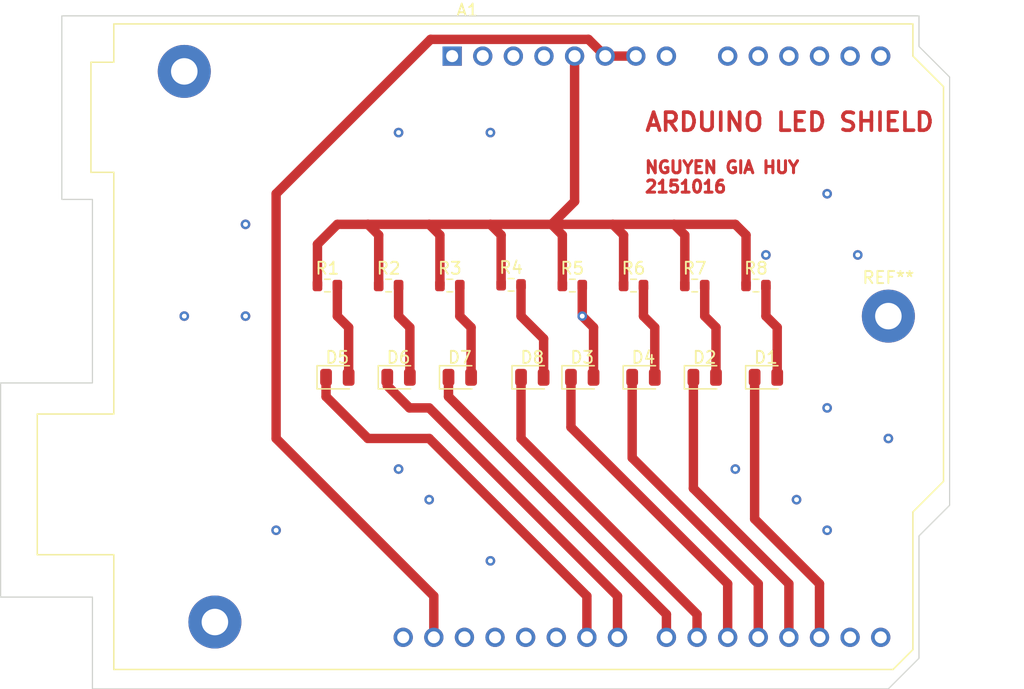
<source format=kicad_pcb>
(kicad_pcb (version 20221018) (generator pcbnew)
  (layers (0 "F.Cu" signal) (31 "B.Cu" signal) (34 "B.Paste" user) (35 "F.Paste" user) (36 "B.SilkS" user "B.Silkscreen") (37 "F.SilkS" user "F.Silkscreen") (38 "B.Mask" user) (39 "F.Mask" user) (44 "Edge.Cuts" user))
  (net 0 "")
  (net 5 "Net-(A1-+5V)")
  (net 6 "GND")
  (net 16 "Net-(A1-D2)")
  (net 17 "Net-(A1-D3)")
  (net 18 "Net-(A1-D4)")
  (net 19 "Net-(A1-D5)")
  (net 20 "Net-(A1-D6)")
  (net 21 "Net-(A1-D7)")
  (net 22 "Net-(A1-D8)")
  (net 23 "Net-(A1-D9)")
  (net 29 "Net-(D1-A)")
  (net 30 "Net-(D2-A)")
  (net 31 "Net-(D3-A)")
  (net 32 "Net-(D4-A)")
  (net 33 "Net-(D5-A)")
  (net 34 "Net-(D6-A)")
  (net 35 "Net-(D7-A)")
  (net 36 "Net-(D8-A)")
  (footprint "LED_SMD:LED_0805_2012Metric" (layer "F.Cu") (at 142.24 88.43125)
    (fp_text reference "D7" (at 0 -1.65) (layer "F.SilkS"))
    (fp_text value "LED")
    (fp_line (start -1.685 -0.96) (end -1.685 0.96) (stroke (width 0.12)) (layer "F.SilkS"))
    (fp_line (start -1.685 0.96) (end 1 0.96) (stroke (width 0.12)) (layer "F.SilkS"))
    (fp_line (start 1 -0.96) (end -1.685 -0.96) (stroke (width 0.12)) (layer "F.SilkS"))
    (pad "1" smd roundrect (at -0.9375 0) (size 0.975 1.4) (layers "F.Cu" "F.Paste" "F.Mask") (net 21 "Net-(A1-D7)"))
    (pad "2" smd roundrect (at 0.9375 0) (size 0.975 1.4) (layers "F.Cu" "F.Paste" "F.Mask") (net 35 "Net-(D7-A)"))
  )
  (footprint "Resistor_SMD:R_0603_1608Metric" (layer "F.Cu") (at 136.335 80.81125)
    (fp_text reference "R2" (at 0 -1.43) (layer "F.SilkS"))
    (fp_text value "247")
    (fp_line (start -0.237258 -0.5225) (end 0.237258 -0.5225) (stroke (width 0.12)) (layer "F.SilkS"))
    (fp_line (start -0.237258 0.5225) (end 0.237258 0.5225) (stroke (width 0.12)) (layer "F.SilkS"))
    (pad "1" smd roundrect (at -0.825 0) (size 0.8 0.95) (layers "F.Cu" "F.Paste" "F.Mask") (net 5 "Net-(A1-+5V)"))
    (pad "2" smd roundrect (at 0.825 0) (size 0.8 0.95) (layers "F.Cu" "F.Paste" "F.Mask") (net 34 "Net-(D6-A)"))
  )
  (footprint "Resistor_SMD:R_0603_1608Metric" (layer "F.Cu") (at 161.735 80.81125)
    (fp_text reference "R7" (at 0 -1.43) (layer "F.SilkS"))
    (fp_text value "247")
    (fp_line (start -0.237258 -0.5225) (end 0.237258 -0.5225) (stroke (width 0.12)) (layer "F.SilkS"))
    (fp_line (start -0.237258 0.5225) (end 0.237258 0.5225) (stroke (width 0.12)) (layer "F.SilkS"))
    (pad "1" smd roundrect (at -0.825 0) (size 0.8 0.95) (layers "F.Cu" "F.Paste" "F.Mask") (net 5 "Net-(A1-+5V)"))
    (pad "2" smd roundrect (at 0.825 0) (size 0.8 0.95) (layers "F.Cu" "F.Paste" "F.Mask") (net 30 "Net-(D2-A)"))
  )
  (footprint "Resistor_SMD:R_0603_1608Metric" (layer "F.Cu") (at 156.655 80.81125)
    (fp_text reference "R6" (at 0 -1.43) (layer "F.SilkS"))
    (fp_text value "247")
    (fp_line (start -0.237258 -0.5225) (end 0.237258 -0.5225) (stroke (width 0.12)) (layer "F.SilkS"))
    (fp_line (start -0.237258 0.5225) (end 0.237258 0.5225) (stroke (width 0.12)) (layer "F.SilkS"))
    (pad "1" smd roundrect (at -0.825 0) (size 0.8 0.95) (layers "F.Cu" "F.Paste" "F.Mask") (net 5 "Net-(A1-+5V)"))
    (pad "2" smd roundrect (at 0.825 0) (size 0.8 0.95) (layers "F.Cu" "F.Paste" "F.Mask") (net 32 "Net-(D4-A)"))
  )
  (footprint "LED_SMD:LED_0805_2012Metric" (layer "F.Cu") (at 152.4 88.43125)
    (fp_text reference "D3" (at 0 -1.65) (layer "F.SilkS"))
    (fp_text value "LED")
    (fp_line (start -1.685 -0.96) (end -1.685 0.96) (stroke (width 0.12)) (layer "F.SilkS"))
    (fp_line (start -1.685 0.96) (end 1 0.96) (stroke (width 0.12)) (layer "F.SilkS"))
    (fp_line (start 1 -0.96) (end -1.685 -0.96) (stroke (width 0.12)) (layer "F.SilkS"))
    (pad "1" smd roundrect (at -0.9375 0) (size 0.975 1.4) (layers "F.Cu" "F.Paste" "F.Mask") (net 19 "Net-(A1-D5)"))
    (pad "2" smd roundrect (at 0.9375 0) (size 0.975 1.4) (layers "F.Cu" "F.Paste" "F.Mask") (net 31 "Net-(D3-A)"))
  )
  (footprint "LED_SMD:LED_0805_2012Metric" (layer "F.Cu") (at 167.64 88.43125)
    (fp_text reference "D1" (at 0 -1.65) (layer "F.SilkS"))
    (fp_text value "LED")
    (fp_line (start -1.685 -0.96) (end -1.685 0.96) (stroke (width 0.12)) (layer "F.SilkS"))
    (fp_line (start -1.685 0.96) (end 1 0.96) (stroke (width 0.12)) (layer "F.SilkS"))
    (fp_line (start 1 -0.96) (end -1.685 -0.96) (stroke (width 0.12)) (layer "F.SilkS"))
    (pad "1" smd roundrect (at -0.9375 0) (size 0.975 1.4) (layers "F.Cu" "F.Paste" "F.Mask") (net 16 "Net-(A1-D2)"))
    (pad "2" smd roundrect (at 0.9375 0) (size 0.975 1.4) (layers "F.Cu" "F.Paste" "F.Mask") (net 29 "Net-(D1-A)"))
  )
  (footprint "LED_SMD:LED_0805_2012Metric" (layer "F.Cu") (at 132.08 88.43125)
    (fp_text reference "D5" (at 0 -1.65) (layer "F.SilkS"))
    (fp_text value "LED")
    (fp_line (start -1.685 -0.96) (end -1.685 0.96) (stroke (width 0.12)) (layer "F.SilkS"))
    (fp_line (start -1.685 0.96) (end 1 0.96) (stroke (width 0.12)) (layer "F.SilkS"))
    (fp_line (start 1 -0.96) (end -1.685 -0.96) (stroke (width 0.12)) (layer "F.SilkS"))
    (pad "1" smd roundrect (at -0.9375 0) (size 0.975 1.4) (layers "F.Cu" "F.Paste" "F.Mask") (net 23 "Net-(A1-D9)"))
    (pad "2" smd roundrect (at 0.9375 0) (size 0.975 1.4) (layers "F.Cu" "F.Paste" "F.Mask") (net 33 "Net-(D5-A)"))
  )
  (footprint "Resistor_SMD:R_0603_1608Metric" (layer "F.Cu") (at 151.575 80.81125)
    (fp_text reference "R5" (at 0 -1.43) (layer "F.SilkS"))
    (fp_text value "247")
    (fp_line (start -0.237258 -0.5225) (end 0.237258 -0.5225) (stroke (width 0.12)) (layer "F.SilkS"))
    (fp_line (start -0.237258 0.5225) (end 0.237258 0.5225) (stroke (width 0.12)) (layer "F.SilkS"))
    (pad "1" smd roundrect (at -0.825 0) (size 0.8 0.95) (layers "F.Cu" "F.Paste" "F.Mask") (net 5 "Net-(A1-+5V)"))
    (pad "2" smd roundrect (at 0.825 0) (size 0.8 0.95) (layers "F.Cu" "F.Paste" "F.Mask") (net 31 "Net-(D3-A)"))
  )
  (footprint "" (layer "F.Cu") (at 121.92 108.75125)
    (fp_text reference "" (at 0 0) (layer "F.SilkS") (effects (font (size 1.27 1.27))))
    (fp_text value "" (at 0 0) (layer "F.SilkS") (effects (font (size 1.27 1.27))))
    (pad "1" thru_hole circle (at 0 0) (size 4.4 4.4) (drill 2.2) (layers "*.Cu" "*.Mask"))
  )
  (footprint "LED_SMD:LED_0805_2012Metric" (layer "F.Cu") (at 137.16 88.43125)
    (fp_text reference "D6" (at 0 -1.65) (layer "F.SilkS"))
    (fp_text value "LED")
    (fp_line (start -1.685 -0.96) (end -1.685 0.96) (stroke (width 0.12)) (layer "F.SilkS"))
    (fp_line (start -1.685 0.96) (end 1 0.96) (stroke (width 0.12)) (layer "F.SilkS"))
    (fp_line (start 1 -0.96) (end -1.685 -0.96) (stroke (width 0.12)) (layer "F.SilkS"))
    (pad "1" smd roundrect (at -0.9375 0) (size 0.975 1.4) (layers "F.Cu" "F.Paste" "F.Mask") (net 22 "Net-(A1-D8)"))
    (pad "2" smd roundrect (at 0.9375 0) (size 0.975 1.4) (layers "F.Cu" "F.Paste" "F.Mask") (net 34 "Net-(D6-A)"))
  )
  (footprint "LED_SMD:LED_0805_2012Metric" (layer "F.Cu") (at 148.2575 88.43125)
    (fp_text reference "D8" (at 0 -1.65) (layer "F.SilkS"))
    (fp_text value "LED")
    (fp_line (start -1.685 -0.96) (end -1.685 0.96) (stroke (width 0.12)) (layer "F.SilkS"))
    (fp_line (start -1.685 0.96) (end 1 0.96) (stroke (width 0.12)) (layer "F.SilkS"))
    (fp_line (start 1 -0.96) (end -1.685 -0.96) (stroke (width 0.12)) (layer "F.SilkS"))
    (pad "1" smd roundrect (at -0.9375 0) (size 0.975 1.4) (layers "F.Cu" "F.Paste" "F.Mask") (net 20 "Net-(A1-D6)"))
    (pad "2" smd roundrect (at 0.9375 0) (size 0.975 1.4) (layers "F.Cu" "F.Paste" "F.Mask") (net 36 "Net-(D8-A)"))
  )
  (footprint "LED_SMD:LED_0805_2012Metric" (layer "F.Cu") (at 162.56 88.43125)
    (fp_text reference "D2" (at 0 -1.65) (layer "F.SilkS"))
    (fp_text value "LED")
    (fp_line (start -1.685 -0.96) (end -1.685 0.96) (stroke (width 0.12)) (layer "F.SilkS"))
    (fp_line (start -1.685 0.96) (end 1 0.96) (stroke (width 0.12)) (layer "F.SilkS"))
    (fp_line (start 1 -0.96) (end -1.685 -0.96) (stroke (width 0.12)) (layer "F.SilkS"))
    (pad "1" smd roundrect (at -0.9375 0) (size 0.975 1.4) (layers "F.Cu" "F.Paste" "F.Mask") (net 17 "Net-(A1-D3)"))
    (pad "2" smd roundrect (at 0.9375 0) (size 0.975 1.4) (layers "F.Cu" "F.Paste" "F.Mask") (net 30 "Net-(D2-A)"))
  )
  (footprint "Resistor_SMD:R_0603_1608Metric" (layer "F.Cu") (at 166.815 80.81125)
    (fp_text reference "R8" (at 0 -1.43) (layer "F.SilkS"))
    (fp_text value "247")
    (fp_line (start -0.237258 -0.5225) (end 0.237258 -0.5225) (stroke (width 0.12)) (layer "F.SilkS"))
    (fp_line (start -0.237258 0.5225) (end 0.237258 0.5225) (stroke (width 0.12)) (layer "F.SilkS"))
    (pad "1" smd roundrect (at -0.825 0) (size 0.8 0.95) (layers "F.Cu" "F.Paste" "F.Mask") (net 5 "Net-(A1-+5V)"))
    (pad "2" smd roundrect (at 0.825 0) (size 0.8 0.95) (layers "F.Cu" "F.Paste" "F.Mask") (net 29 "Net-(D1-A)"))
  )
  (footprint "Resistor_SMD:R_0603_1608Metric" (layer "F.Cu") (at 131.255 80.81125)
    (fp_text reference "R1" (at 0 -1.43) (layer "F.SilkS"))
    (fp_text value "247")
    (fp_line (start -0.237258 -0.5225) (end 0.237258 -0.5225) (stroke (width 0.12)) (layer "F.SilkS"))
    (fp_line (start -0.237258 0.5225) (end 0.237258 0.5225) (stroke (width 0.12)) (layer "F.SilkS"))
    (pad "1" smd roundrect (at -0.825 0) (size 0.8 0.95) (layers "F.Cu" "F.Paste" "F.Mask") (net 5 "Net-(A1-+5V)"))
    (pad "2" smd roundrect (at 0.825 0) (size 0.8 0.95) (layers "F.Cu" "F.Paste" "F.Mask") (net 33 "Net-(D5-A)"))
  )
  (footprint "Module:Arduino_UNO_R2" (layer "F.Cu") (at 141.605 61.76125)
    (fp_text reference "A1" (at 1.27 -3.81 180) (layer "F.SilkS"))
    (fp_text value "Arduino_UNO_R2")
    (fp_line (start -34.42 29.72) (end -34.42 41.4) (stroke (width 0.12)) (layer "F.SilkS"))
    (fp_line (start -34.42 41.4) (end -28.07 41.4) (stroke (width 0.12)) (layer "F.SilkS"))
    (fp_line (start -29.97 0.51) (end -29.97 9.65) (stroke (width 0.12)) (layer "F.SilkS"))
    (fp_line (start -29.97 9.65) (end -28.07 9.65) (stroke (width 0.12)) (layer "F.SilkS"))
    (fp_line (start -28.07 -2.67) (end -28.07 0.51) (stroke (width 0.12)) (layer "F.SilkS"))
    (fp_line (start -28.07 0.51) (end -29.97 0.51) (stroke (width 0.12)) (layer "F.SilkS"))
    (fp_line (start -28.07 9.65) (end -28.07 29.72) (stroke (width 0.12)) (layer "F.SilkS"))
    (fp_line (start -28.07 29.72) (end -34.42 29.72) (stroke (width 0.12)) (layer "F.SilkS"))
    (fp_line (start -28.07 41.4) (end -28.07 50.93) (stroke (width 0.12)) (layer "F.SilkS"))
    (fp_line (start -28.07 50.93) (end 36.58 50.93) (stroke (width 0.12)) (layer "F.SilkS"))
    (fp_line (start 36.58 50.93) (end 38.23 49.28) (stroke (width 0.12)) (layer "F.SilkS"))
    (fp_line (start 38.23 -2.67) (end -28.07 -2.67) (stroke (width 0.12)) (layer "F.SilkS"))
    (fp_line (start 38.23 0) (end 38.23 -2.67) (stroke (width 0.12)) (layer "F.SilkS"))
    (fp_line (start 38.23 37.85) (end 40.77 35.31) (stroke (width 0.12)) (layer "F.SilkS"))
    (fp_line (start 38.23 49.28) (end 38.23 37.85) (stroke (width 0.12)) (layer "F.SilkS"))
    (fp_line (start 40.77 2.54) (end 38.23 0) (stroke (width 0.12)) (layer "F.SilkS"))
    (fp_line (start 40.77 35.31) (end 40.77 2.54) (stroke (width 0.12)) (layer "F.SilkS"))
    (pad "1" thru_hole rect (at 0 0 90) (size 1.6 1.6) (drill 1) (layers "*.Cu" "*.Mask"))
    (pad "2" thru_hole oval (at 2.54 0 90) (size 1.6 1.6) (drill 1) (layers "*.Cu" "*.Mask"))
    (pad "3" thru_hole oval (at 5.08 0 90) (size 1.6 1.6) (drill 1) (layers "*.Cu" "*.Mask"))
    (pad "4" thru_hole oval (at 7.62 0 90) (size 1.6 1.6) (drill 1) (layers "*.Cu" "*.Mask"))
    (pad "5" thru_hole oval (at 10.16 0 90) (size 1.6 1.6) (drill 1) (layers "*.Cu" "*.Mask") (net 5 "Net-(A1-+5V)"))
    (pad "6" thru_hole oval (at 12.7 0 90) (size 1.6 1.6) (drill 1) (layers "*.Cu" "*.Mask") (net 6 "GND"))
    (pad "7" thru_hole oval (at 15.24 0 90) (size 1.6 1.6) (drill 1) (layers "*.Cu" "*.Mask") (net 6 "GND"))
    (pad "8" thru_hole oval (at 17.78 0 90) (size 1.6 1.6) (drill 1) (layers "*.Cu" "*.Mask"))
    (pad "9" thru_hole oval (at 22.86 0 90) (size 1.6 1.6) (drill 1) (layers "*.Cu" "*.Mask"))
    (pad "10" thru_hole oval (at 25.4 0 90) (size 1.6 1.6) (drill 1) (layers "*.Cu" "*.Mask"))
    (pad "11" thru_hole oval (at 27.94 0 90) (size 1.6 1.6) (drill 1) (layers "*.Cu" "*.Mask"))
    (pad "12" thru_hole oval (at 30.48 0 90) (size 1.6 1.6) (drill 1) (layers "*.Cu" "*.Mask"))
    (pad "13" thru_hole oval (at 33.02 0 90) (size 1.6 1.6) (drill 1) (layers "*.Cu" "*.Mask"))
    (pad "14" thru_hole oval (at 35.56 0 90) (size 1.6 1.6) (drill 1) (layers "*.Cu" "*.Mask"))
    (pad "15" thru_hole oval (at 35.56 48.26 90) (size 1.6 1.6) (drill 1) (layers "*.Cu" "*.Mask"))
    (pad "16" thru_hole oval (at 33.02 48.26 90) (size 1.6 1.6) (drill 1) (layers "*.Cu" "*.Mask"))
    (pad "17" thru_hole oval (at 30.48 48.26 90) (size 1.6 1.6) (drill 1) (layers "*.Cu" "*.Mask") (net 16 "Net-(A1-D2)"))
    (pad "18" thru_hole oval (at 27.94 48.26 90) (size 1.6 1.6) (drill 1) (layers "*.Cu" "*.Mask") (net 17 "Net-(A1-D3)"))
    (pad "19" thru_hole oval (at 25.4 48.26 90) (size 1.6 1.6) (drill 1) (layers "*.Cu" "*.Mask") (net 18 "Net-(A1-D4)"))
    (pad "20" thru_hole oval (at 22.86 48.26 90) (size 1.6 1.6) (drill 1) (layers "*.Cu" "*.Mask") (net 19 "Net-(A1-D5)"))
    (pad "21" thru_hole oval (at 20.32 48.26 90) (size 1.6 1.6) (drill 1) (layers "*.Cu" "*.Mask") (net 20 "Net-(A1-D6)"))
    (pad "22" thru_hole oval (at 17.78 48.26 90) (size 1.6 1.6) (drill 1) (layers "*.Cu" "*.Mask") (net 21 "Net-(A1-D7)"))
    (pad "23" thru_hole oval (at 13.72 48.26 90) (size 1.6 1.6) (drill 1) (layers "*.Cu" "*.Mask") (net 22 "Net-(A1-D8)"))
    (pad "24" thru_hole oval (at 11.18 48.26 90) (size 1.6 1.6) (drill 1) (layers "*.Cu" "*.Mask") (net 23 "Net-(A1-D9)"))
    (pad "25" thru_hole oval (at 8.64 48.26 90) (size 1.6 1.6) (drill 1) (layers "*.Cu" "*.Mask"))
    (pad "26" thru_hole oval (at 6.1 48.26 90) (size 1.6 1.6) (drill 1) (layers "*.Cu" "*.Mask"))
    (pad "27" thru_hole oval (at 3.56 48.26 90) (size 1.6 1.6) (drill 1) (layers "*.Cu" "*.Mask"))
    (pad "28" thru_hole oval (at 1.02 48.26 90) (size 1.6 1.6) (drill 1) (layers "*.Cu" "*.Mask"))
    (pad "29" thru_hole oval (at -1.52 48.26 90) (size 1.6 1.6) (drill 1) (layers "*.Cu" "*.Mask") (net 6 "GND"))
    (pad "30" thru_hole oval (at -4.06 48.26 90) (size 1.6 1.6) (drill 1) (layers "*.Cu" "*.Mask"))
  )
  (footprint "Resistor_SMD:R_0603_1608Metric" (layer "F.Cu") (at 141.415 80.81125)
    (fp_text reference "R3" (at 0 -1.43) (layer "F.SilkS"))
    (fp_text value "247")
    (fp_line (start -0.237258 -0.5225) (end 0.237258 -0.5225) (stroke (width 0.12)) (layer "F.SilkS"))
    (fp_line (start -0.237258 0.5225) (end 0.237258 0.5225) (stroke (width 0.12)) (layer "F.SilkS"))
    (pad "1" smd roundrect (at -0.825 0) (size 0.8 0.95) (layers "F.Cu" "F.Paste" "F.Mask") (net 5 "Net-(A1-+5V)"))
    (pad "2" smd roundrect (at 0.825 0) (size 0.8 0.95) (layers "F.Cu" "F.Paste" "F.Mask") (net 35 "Net-(D7-A)"))
  )
  (footprint "" (layer "F.Cu") (at 119.38 63.03125)
    (fp_text reference "" (at 0 0) (layer "F.SilkS") (effects (font (size 1.27 1.27))))
    (fp_text value "" (at 0 0) (layer "F.SilkS") (effects (font (size 1.27 1.27))))
    (pad "1" thru_hole circle (at 0 0) (size 4.4 4.4) (drill 2.2) (layers "*.Cu" "*.Mask"))
  )
  (footprint "Resistor_SMD:R_0603_1608Metric" (layer "F.Cu") (at 146.495 80.75125)
    (fp_text reference "R4" (at 0 -1.43) (layer "F.SilkS"))
    (fp_text value "247")
    (fp_line (start -0.237258 -0.5225) (end 0.237258 -0.5225) (stroke (width 0.12)) (layer "F.SilkS"))
    (fp_line (start -0.237258 0.5225) (end 0.237258 0.5225) (stroke (width 0.12)) (layer "F.SilkS"))
    (pad "1" smd roundrect (at -0.825 0) (size 0.8 0.95) (layers "F.Cu" "F.Paste" "F.Mask") (net 5 "Net-(A1-+5V)"))
    (pad "2" smd roundrect (at 0.825 0) (size 0.8 0.95) (layers "F.Cu" "F.Paste" "F.Mask") (net 36 "Net-(D8-A)"))
  )
  (footprint "MountingHole:MountingHole_2.2mm_M2_Pad" (layer "F.Cu") (at 177.8 83.35125)
    (fp_text reference "REF**" (at 0 -3.2) (layer "F.SilkS"))
    (fp_text value "MountingHole_2.2mm_M2_Pad")
    (pad "1" thru_hole circle (at 0 0) (size 4.4 4.4) (drill 2.2) (layers "*.Cu" "*.Mask"))
  )
  (footprint "LED_SMD:LED_0805_2012Metric" (layer "F.Cu") (at 157.48 88.43125)
    (fp_text reference "D4" (at 0 -1.65) (layer "F.SilkS"))
    (fp_text value "LED")
    (fp_line (start -1.685 -0.96) (end -1.685 0.96) (stroke (width 0.12)) (layer "F.SilkS"))
    (fp_line (start -1.685 0.96) (end 1 0.96) (stroke (width 0.12)) (layer "F.SilkS"))
    (fp_line (start 1 -0.96) (end -1.685 -0.96) (stroke (width 0.12)) (layer "F.SilkS"))
    (pad "1" smd roundrect (at -0.9375 0) (size 0.975 1.4) (layers "F.Cu" "F.Paste" "F.Mask") (net 18 "Net-(A1-D4)"))
    (pad "2" smd roundrect (at 0.9375 0) (size 0.975 1.4) (layers "F.Cu" "F.Paste" "F.Mask") (net 32 "Net-(D4-A)"))
  )
  (gr_poly (pts (xy 180.34 58.42) (xy 180.34 60.96) (xy 182.88 63.5) (xy 182.88 99.06) (xy 180.34 101.6) (xy 180.34 111.76) (xy 177.8 114.3) (xy 111.76 114.3) (xy 111.76 106.68) (xy 104.14 106.68) (xy 104.14 88.9) (xy 111.76 88.9) (xy 111.76 73.66) (xy 109.22 73.66) (xy 109.22 58.42) (xy 111.76 58.42) (xy 111.76 58.42)) (stroke (width 0.1)) (fill none) (layer "Edge.Cuts"))
  (gr_text "NGUYEN GIA HUY \n2151016" (at 157.48 73.19125) (layer "F.Cu") (effects (font (size 1 1) (thickness 0.25) bold) (justify left bottom)))
  (gr_text "ARDUINO LED SHIELD" (at 157.48 68.11125) (layer "F.Cu") (effects (font (size 1.5 1.5) (thickness 0.3) bold) (justify left bottom)))
  (via (at 172.72 73.19125) (size 0.8) (drill 0.4) (layers "F.Cu" "B.Cu") (net 0))
  (via (at 165.1 96.05125) (size 0.8) (drill 0.4) (layers "F.Cu" "B.Cu") (net 0))
  (via (at 172.72 101.13125) (size 0.8) (drill 0.4) (layers "F.Cu" "B.Cu") (net 0))
  (via (at 144.78 103.67125) (size 0.8) (drill 0.4) (layers "F.Cu" "B.Cu") (net 0))
  (via (at 172.72 90.97125) (size 0.8) (drill 0.4) (layers "F.Cu" "B.Cu") (net 0))
  (via (at 127 101.13125) (size 0.8) (drill 0.4) (layers "F.Cu" "B.Cu") (net 0))
  (via (at 119.38 83.35125) (size 0.8) (drill 0.4) (layers "F.Cu" "B.Cu") (net 0))
  (via (at 124.46 75.73125) (size 0.8) (drill 0.4) (layers "F.Cu" "B.Cu") (net 0))
  (via (at 175.26 78.27125) (size 0.8) (drill 0.4) (layers "F.Cu" "B.Cu") (net 0))
  (via (at 124.46 83.35125) (size 0.8) (drill 0.4) (layers "F.Cu" "B.Cu") (net 0))
  (via (at 177.8 93.51125) (size 0.8) (drill 0.4) (layers "F.Cu" "B.Cu") (net 0))
  (via (at 137.16 68.11125) (size 0.8) (drill 0.4) (layers "F.Cu" "B.Cu") (net 0))
  (via (at 139.7 98.59125) (size 0.8) (drill 0.4) (layers "F.Cu" "B.Cu") (net 0))
  (via (at 137.16 96.05125) (size 0.8) (drill 0.4) (layers "F.Cu" "B.Cu") (net 0))
  (via (at 170.18 98.59125) (size 0.8) (drill 0.4) (layers "F.Cu" "B.Cu") (net 0))
  (via (at 167.64 78.27125) (size 0.8) (drill 0.4) (layers "F.Cu" "B.Cu") (net 0))
  (via (at 144.78 68.11125) (size 0.8) (drill 0.4) (layers "F.Cu" "B.Cu") (net 0))
  (segment (start 144.78 75.73125) (end 149.86 75.73125) (width 0.78) (layer "F.Cu") (net 5))
  (segment (start 151.765 61.76125) (end 151.765 73.82625) (width 0.78) (layer "F.Cu") (net 5))
  (segment (start 140.59 80.81125) (end 140.59 76.62125) (width 0.78) (layer "F.Cu") (net 5))
  (segment (start 130.43 77.38125) (end 132.08 75.73125) (width 0.78) (layer "F.Cu") (net 5))
  (segment (start 145.67 76.62125) (end 144.78 75.73125) (width 0.78) (layer "F.Cu") (net 5))
  (segment (start 165.99 76.62125) (end 165.99 80.81125) (width 0.78) (layer "F.Cu") (net 5))
  (segment (start 150.75 80.81125) (end 150.75 76.62125) (width 0.78) (layer "F.Cu") (net 5))
  (segment (start 134.62 75.73125) (end 139.7 75.73125) (width 0.78) (layer "F.Cu") (net 5))
  (segment (start 160.91 76.62125) (end 160.02 75.73125) (width 0.78) (layer "F.Cu") (net 5))
  (segment (start 140.59 76.62125) (end 139.7 75.73125) (width 0.78) (layer "F.Cu") (net 5))
  (segment (start 139.7 75.73125) (end 144.78 75.73125) (width 0.78) (layer "F.Cu") (net 5))
  (segment (start 132.08 75.73125) (end 134.62 75.73125) (width 0.78) (layer "F.Cu") (net 5))
  (segment (start 149.86 75.73125) (end 154.94 75.73125) (width 0.78) (layer "F.Cu") (net 5))
  (segment (start 130.43 80.81125) (end 130.43 77.38125) (width 0.78) (layer "F.Cu") (net 5))
  (segment (start 151.765 73.82625) (end 149.86 75.73125) (width 0.78) (layer "F.Cu") (net 5))
  (segment (start 165.1 75.73125) (end 165.99 76.62125) (width 0.78) (layer "F.Cu") (net 5))
  (segment (start 150.75 76.62125) (end 149.86 75.73125) (width 0.78) (layer "F.Cu") (net 5))
  (segment (start 155.83 80.81125) (end 155.83 76.62125) (width 0.78) (layer "F.Cu") (net 5))
  (segment (start 160.91 80.81125) (end 160.91 76.62125) (width 0.78) (layer "F.Cu") (net 5))
  (segment (start 135.51 76.62125) (end 134.62 75.73125) (width 0.78) (layer "F.Cu") (net 5))
  (segment (start 135.51 80.81125) (end 135.51 76.62125) (width 0.78) (layer "F.Cu") (net 5))
  (segment (start 160.02 75.73125) (end 165.1 75.73125) (width 0.78) (layer "F.Cu") (net 5))
  (segment (start 155.83 76.62125) (end 154.94 75.73125) (width 0.78) (layer "F.Cu") (net 5))
  (segment (start 154.94 75.73125) (end 160.02 75.73125) (width 0.78) (layer "F.Cu") (net 5))
  (segment (start 145.67 80.75125) (end 145.67 76.62125) (width 0.78) (layer "F.Cu") (net 5))
  (segment (start 154.305 61.76125) (end 152.915 60.37125) (width 0.78) (layer "F.Cu") (net 6))
  (segment (start 152.915 60.37125) (end 139.82 60.37125) (width 0.78) (layer "F.Cu") (net 6))
  (segment (start 127 93.51125) (end 140.085 106.59625) (width 0.78) (layer "F.Cu") (net 6))
  (segment (start 139.82 60.37125) (end 127 73.19125) (width 0.78) (layer "F.Cu") (net 6))
  (segment (start 127 73.19125) (end 127 93.51125) (width 0.78) (layer "F.Cu") (net 6))
  (segment (start 140.085 106.59625) (end 140.085 110.02125) (width 0.78) (layer "F.Cu") (net 6))
  (segment (start 156.845 61.76125) (end 154.305 61.76125) (width 0.78) (layer "F.Cu") (net 6))
  (segment (start 172.085 105.57625) (end 166.7025 100.19375) (width 0.78) (layer "F.Cu") (net 16))
  (segment (start 172.085 110.02125) (end 172.085 105.57625) (width 0.78) (layer "F.Cu") (net 16))
  (segment (start 166.7025 100.19375) (end 166.7025 88.43125) (width 0.78) (layer "F.Cu") (net 16))
  (segment (start 169.545 105.57625) (end 161.6225 97.65375) (width 0.78) (layer "F.Cu") (net 17))
  (segment (start 161.6225 97.65375) (end 161.6225 88.43125) (width 0.78) (layer "F.Cu") (net 17))
  (segment (start 169.545 110.02125) (end 169.545 105.57625) (width 0.78) (layer "F.Cu") (net 17))
  (segment (start 167.005 110.02125) (end 167.005 105.57625) (width 0.78) (layer "F.Cu") (net 18))
  (segment (start 167.005 105.57625) (end 162.56 101.13125) (width 0.78) (layer "F.Cu") (net 18))
  (segment (start 162.56 101.13125) (end 160.02 98.59125) (width 0.78) (layer "F.Cu") (net 18))
  (segment (start 156.5425 95.11375) (end 156.5425 88.43125) (width 0.78) (layer "F.Cu") (net 18))
  (segment (start 160.02 98.59125) (end 156.5425 95.11375) (width 0.78) (layer "F.Cu") (net 18))
  (segment (start 151.4625 92.57375) (end 151.4625 88.43125) (width 0.78) (layer "F.Cu") (net 19))
  (segment (start 164.465 105.57625) (end 151.4625 92.57375) (width 0.78) (layer "F.Cu") (net 19))
  (segment (start 164.465 110.02125) (end 164.465 105.57625) (width 0.78) (layer "F.Cu") (net 19))
  (segment (start 161.925 108.11625) (end 147.32 93.51125) (width 0.78) (layer "F.Cu") (net 20))
  (segment (start 161.925 110.02125) (end 161.925 108.11625) (width 0.78) (layer "F.Cu") (net 20))
  (segment (start 147.32 93.51125) (end 147.32 88.43125) (width 0.78) (layer "F.Cu") (net 20))
  (segment (start 159.385 108.11625) (end 149.86 98.59125) (width 0.78) (layer "F.Cu") (net 21))
  (segment (start 159.385 110.02125) (end 159.385 108.11625) (width 0.78) (layer "F.Cu") (net 21))
  (segment (start 141.3025 90.03375) (end 141.3025 88.43125) (width 0.78) (layer "F.Cu") (net 21))
  (segment (start 149.86 98.59125) (end 141.3025 90.03375) (width 0.78) (layer "F.Cu") (net 21))
  (segment (start 138.062501 90.97125) (end 139.7 90.97125) (width 0.78) (layer "F.Cu") (net 22))
  (segment (start 155.325 110.02125) (end 155.325 106.59625) (width 0.78) (layer "F.Cu") (net 22))
  (segment (start 139.7 90.97125) (end 149.86 101.13125) (width 0.78) (layer "F.Cu") (net 22))
  (segment (start 136.2225 89.131249) (end 138.062501 90.97125) (width 0.78) (layer "F.Cu") (net 22))
  (segment (start 136.2225 88.43125) (end 136.2225 89.131249) (width 0.78) (layer "F.Cu") (net 22))
  (segment (start 149.86 101.13125) (end 155.325 106.59625) (width 0.78) (layer "F.Cu") (net 22))
  (segment (start 152.785 106.59625) (end 152.785 110.02125) (width 0.78) (layer "F.Cu") (net 23))
  (segment (start 131.1425 88.43125) (end 131.1425 90.03375) (width 0.78) (layer "F.Cu") (net 23))
  (segment (start 139.7 93.51125) (end 152.785 106.59625) (width 0.78) (layer "F.Cu") (net 23))
  (segment (start 134.62 93.51125) (end 139.7 93.51125) (width 0.78) (layer "F.Cu") (net 23))
  (segment (start 131.1425 90.03375) (end 134.62 93.51125) (width 0.78) (layer "F.Cu") (net 23))
  (segment (start 168.5775 88.43125) (end 168.5775 84.28875) (width 0.78) (layer "F.Cu") (net 29))
  (segment (start 168.5775 84.28875) (end 167.64 83.35125) (width 0.78) (layer "F.Cu") (net 29))
  (segment (start 167.64 83.35125) (end 167.64 80.81125) (width 0.78) (layer "F.Cu") (net 29))
  (segment (start 163.4975 84.28875) (end 162.56 83.35125) (width 0.78) (layer "F.Cu") (net 30))
  (segment (start 163.4975 88.43125) (end 163.4975 84.28875) (width 0.78) (layer "F.Cu") (net 30))
  (segment (start 162.56 83.35125) (end 162.56 80.81125) (width 0.78) (layer "F.Cu") (net 30))
  (segment (start 152.4 83.35125) (end 152.4 80.81125) (width 0.78) (layer "F.Cu") (net 31))
  (segment (start 153.3375 88.43125) (end 153.3375 84.28875) (width 0.78) (layer "F.Cu") (net 31))
  (segment (start 153.3375 84.28875) (end 152.4 83.35125) (width 0.78) (layer "F.Cu") (net 31))
  (via (at 152.4 83.35125) (size 0.8) (drill 0.4) (layers "F.Cu" "B.Cu") (net 31))
  (segment (start 158.4175 84.28875) (end 157.48 83.35125) (width 0.78) (layer "F.Cu") (net 32))
  (segment (start 158.4175 88.43125) (end 158.4175 84.28875) (width 0.78) (layer "F.Cu") (net 32))
  (segment (start 157.48 83.35125) (end 157.48 80.81125) (width 0.78) (layer "F.Cu") (net 32))
  (segment (start 132.08 83.35125) (end 132.08 80.81125) (width 0.78) (layer "F.Cu") (net 33))
  (segment (start 133.0175 84.28875) (end 132.08 83.35125) (width 0.78) (layer "F.Cu") (net 33))
  (segment (start 133.0175 88.43125) (end 133.0175 84.28875) (width 0.78) (layer "F.Cu") (net 33))
  (segment (start 138.0975 84.28875) (end 137.16 83.35125) (width 0.78) (layer "F.Cu") (net 34))
  (segment (start 137.16 83.35125) (end 137.16 80.81125) (width 0.78) (layer "F.Cu") (net 34))
  (segment (start 138.0975 88.43125) (end 138.0975 84.28875) (width 0.78) (layer "F.Cu") (net 34))
  (segment (start 143.1775 84.28875) (end 142.24 83.35125) (width 0.78) (layer "F.Cu") (net 35))
  (segment (start 142.24 83.35125) (end 142.24 80.81125) (width 0.78) (layer "F.Cu") (net 35))
  (segment (start 143.1775 88.43125) (end 143.1775 84.28875) (width 0.78) (layer "F.Cu") (net 35))
  (segment (start 147.32 83.35125) (end 147.32 80.75125) (width 0.78) (layer "F.Cu") (net 36))
  (segment (start 149.195 85.22625) (end 147.32 83.35125) (width 0.78) (layer "F.Cu") (net 36))
  (segment (start 149.195 88.43125) (end 149.195 85.22625) (width 0.78) (layer "F.Cu") (net 36))
)
</source>
